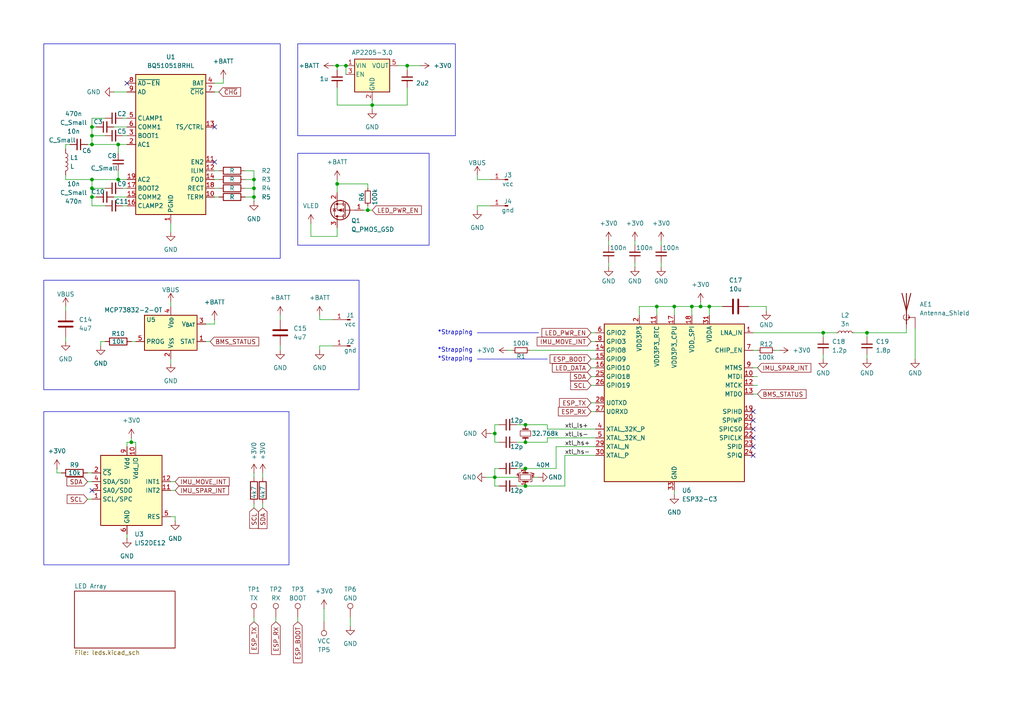
<source format=kicad_sch>
(kicad_sch (version 20250114) (generator "eeschema") (generator_version "9.0")
  (paper "A4")
  (lib_symbols
    (symbol "Battery_Management:BQ51051BRHL"
      (property "Reference" "U" (at -8.89 21.59 0))
      (property "Value" "BQ51051BRHL" (at 7.62 21.59 0))
      (symbol "BQ51051BRHL_1_1"
        (pin output line (at -12.7 17.78 0) (length 2.54) (name "~{AD-EN}") (number "8"))
        (pin input line (at -12.7 15.24 0) (length 2.54) (name "AD") (number "9"))
        (pin open_collector line (at -12.7 7.62 0) (length 2.54) (name "CLAMP1") (number "5"))
        (pin open_collector line (at -12.7 5.08 0) (length 2.54) (name "COMM1") (number "6"))
        (pin passive line (at -12.7 2.54 0) (length 2.54) (name "BOOT1") (number "3"))
        (pin input line (at -12.7 0 0) (length 2.54) (name "AC1") (number "2"))
        (pin input line (at -12.7 -10.16 0) (length 2.54) (name "AC2") (number "19"))
        (pin passive line (at -12.7 -12.7 0) (length 2.54) (name "BOOT2") (number "17"))
        (pin open_collector line (at -12.7 -15.24 0) (length 2.54) (name "COMM2") (number "15"))
        (pin open_collector line (at -12.7 -17.78 0) (length 2.54) (name "CLAMP2") (number "16"))
        (pin power_in line (at 0 -22.86 90) (length 2.54) (name "PGND") (number "1"))
        (pin passive line (at 0 -22.86 90) (length 2.54) (hide yes) (name "PGND") (number "20"))
        (pin passive line (at 0 -22.86 90) (length 2.54) (hide yes) (name "PGND") (number "21"))
        (pin power_out line (at 12.7 17.78 180) (length 2.54) (name "BAT") (number "4"))
        (pin open_collector line (at 12.7 15.24 180) (length 2.54) (name "~{CHG}") (number "7"))
        (pin input line (at 12.7 5.08 180) (length 2.54) (name "TS/CTRL") (number "13"))
        (pin input line (at 12.7 -5.08 180) (length 2.54) (name "EN2") (number "11"))
        (pin passive line (at 12.7 -7.62 180) (length 2.54) (name "ILIM") (number "12"))
        (pin input line (at 12.7 -10.16 180) (length 2.54) (name "FOD") (number "14"))
        (pin passive line (at 12.7 -12.7 180) (length 2.54) (name "RECT") (number "18"))
        (pin input line (at 12.7 -15.24 180) (length 2.54) (name "TERM") (number "10"))
      )
    )
    (symbol "Battery_Management:MCP73832-2-OT"
      (property "Reference" "U" (at -7.62 6.35 0))
      (property "Value" "MCP73832-2-OT" (at 1.27 6.35 0))
      (symbol "MCP73832-2-OT_1_1"
        (pin input line (at -10.16 -2.54 0) (length 2.54) (name "PROG") (number "5"))
        (pin power_in line (at 0 7.62 270) (length 2.54) (name "V_{DD}") (number "4"))
        (pin power_in line (at 0 -7.62 90) (length 2.54) (name "V_{SS}") (number "2"))
        (pin power_out line (at 10.16 2.54 180) (length 2.54) (name "V_{BAT}") (number "3"))
        (pin open_collector line (at 10.16 -2.54 180) (length 2.54) (name "STAT") (number "1"))
      )
    )
    (symbol "Connector:Conn_01x01_Pin" (pin_names (offset 1.016) (hide yes))
      (property "Reference" "J" (at 0 2.54 0))
      (property "Value" "Conn_01x01_Pin" (at 0 -2.54 0))
      (symbol "Conn_01x01_Pin_1_1"
        (pin passive line (at 5.08 0 180) (length 3.81) (name "Pin_1") (number "1"))
      )
    )
    (symbol "Connector:TestPoint" (pin_numbers (hide yes)) (pin_names (offset 0.762) (hide yes))
      (property "Reference" "TP" (at 0 6.858 0))
      (property "Value" "TestPoint" (at 0 5.08 0))
      (symbol "TestPoint_1_1"
        (pin passive line (at 0 0 90) (length 2.54) (name "1") (number "1"))
      )
    )
    (symbol "Device:Antenna_Shield" (pin_numbers (hide yes)) (pin_names (offset 1.016) (hide yes))
      (property "Reference" "AE" (at -1.905 4.445 0))
      (property "Value" "Antenna_Shield" (at -1.905 2.54 0))
      (symbol "Antenna_Shield_1_1"
        (pin input line (at 0 -5.08 90) (length 2.54) (name "A") (number "1"))
        (pin input line (at 2.54 -5.08 90) (length 2.54) (name "Shield") (number "2"))
      )
    )
    (symbol "Device:C" (pin_numbers (hide yes)) (pin_names (offset 0.254))
      (property "Reference" "C" (at 0.635 2.54 0))
      (property "Value" "C" (at 0.635 -2.54 0))
      (symbol "C_1_1"
        (pin passive line (at 0 3.81 270) (length 2.794) (name "~") (number "1"))
        (pin passive line (at 0 -3.81 90) (length 2.794) (name "~") (number "2"))
      )
    )
    (symbol "Device:C_Small" (pin_numbers (hide yes)) (pin_names (offset 0.254) (hide yes))
      (property "Reference" "C" (at 0.254 1.778 0))
      (property "Value" "C_Small" (at 0.254 -2.032 0))
      (symbol "C_Small_1_1"
        (pin passive line (at 0 2.54 270) (length 2.032) (name "~") (number "1"))
        (pin passive line (at 0 -2.54 90) (length 2.032) (name "~") (number "2"))
      )
    )
    (symbol "Device:Crystal_GND24_Small" (pin_names (offset 1.016) (hide yes))
      (property "Reference" "Y" (at 1.27 4.445 0))
      (property "Value" "Crystal_GND24_Small" (at 1.27 2.54 0))
      (symbol "Crystal_GND24_Small_1_1"
        (pin passive line (at -2.54 0 0) (length 1.27) (name "1") (number "1"))
        (pin passive line (at 0 2.54 270) (length 0.635) (name "4") (number "4"))
        (pin passive line (at 0 -2.54 90) (length 0.635) (name "2") (number "2"))
        (pin passive line (at 2.54 0 180) (length 1.27) (name "3") (number "3"))
      )
    )
    (symbol "Device:Crystal_Small" (pin_numbers (hide yes)) (pin_names (offset 1.016) (hide yes))
      (property "Reference" "Y" (at 0 2.54 0))
      (property "Value" "Crystal_Small" (at 0 -2.54 0))
      (symbol "Crystal_Small_1_1"
        (pin passive line (at -2.54 0 0) (length 1.27) (name "1") (number "1"))
        (pin passive line (at 2.54 0 180) (length 1.27) (name "2") (number "2"))
      )
    )
    (symbol "Device:L" (pin_numbers (hide yes)) (pin_names (offset 1.016) (hide yes))
      (property "Reference" "L" (at -1.27 0 90))
      (property "Value" "L" (at 1.905 0 90))
      (symbol "L_1_1"
        (pin passive line (at 0 3.81 270) (length 1.27) (name "1") (number "1"))
        (pin passive line (at 0 -3.81 90) (length 1.27) (name "2") (number "2"))
      )
    )
    (symbol "Device:L_Small" (pin_numbers (hide yes)) (pin_names (offset 0.254) (hide yes))
      (property "Reference" "L" (at 0.762 1.016 0))
      (property "Value" "L_Small" (at 0.762 -1.016 0))
      (symbol "L_Small_1_1"
        (pin passive line (at 0 2.54 270) (length 0.508) (name "~") (number "1"))
        (pin passive line (at 0 -2.54 90) (length 0.508) (name "~") (number "2"))
      )
    )
    (symbol "Device:Q_PMOS_GSD" (pin_names (offset 0) (hide yes))
      (property "Reference" "Q" (at 5.08 1.27 0))
      (property "Value" "Q_PMOS_GSD" (at 5.08 -1.27 0))
      (symbol "Q_PMOS_GSD_1_1"
        (pin input line (at -5.08 0 0) (length 2.54) (name "G") (number "1"))
        (pin passive line (at 2.54 5.08 270) (length 2.54) (name "D") (number "3"))
        (pin passive line (at 2.54 -5.08 90) (length 2.54) (name "S") (number "2"))
      )
    )
    (symbol "Device:R" (pin_numbers (hide yes)) (pin_names (offset 0))
      (property "Reference" "R" (at 2.032 0 90))
      (property "Value" "R" (at 0 0 90))
      (symbol "R_1_1"
        (pin passive line (at 0 3.81 270) (length 1.27) (name "~") (number "1"))
        (pin passive line (at 0 -3.81 90) (length 1.27) (name "~") (number "2"))
      )
    )
    (symbol "Device:R_Small" (pin_numbers (hide yes)) (pin_names (offset 0.254) (hide yes))
      (property "Reference" "R" (at 0.762 0.508 0))
      (property "Value" "R_Small" (at 0.762 -1.016 0))
      (symbol "R_Small_1_1"
        (pin passive line (at 0 2.54 270) (length 0.762) (name "~") (number "1"))
        (pin passive line (at 0 -2.54 90) (length 0.762) (name "~") (number "2"))
      )
    )
    (symbol "MCU_Espressif:ESP32-C3"
      (property "Reference" "U" (at -17.272 23.876 0))
      (property "Value" "ESP32-C3" (at 16.256 23.876 0))
      (symbol "ESP32-C3_1_1"
        (pin bidirectional line (at -22.86 20.32 0) (length 2.54) (name "GPIO2") (number "6"))
        (pin bidirectional line (at -22.86 17.78 0) (length 2.54) (name "GPIO3") (number "8"))
        (pin bidirectional line (at -22.86 15.24 0) (length 2.54) (name "GPIO8") (number "14"))
        (pin bidirectional line (at -22.86 12.7 0) (length 2.54) (name "GPIO9") (number "15"))
        (pin bidirectional line (at -22.86 10.16 0) (length 2.54) (name "GPIO10") (number "16"))
        (pin bidirectional line (at -22.86 7.62 0) (length 2.54) (name "GPIO18") (number "25"))
        (pin bidirectional line (at -22.86 5.08 0) (length 2.54) (name "GPIO19") (number "26"))
        (pin bidirectional line (at -22.86 0 0) (length 2.54) (name "U0TXD") (number "28"))
        (pin bidirectional line (at -22.86 -2.54 0) (length 2.54) (name "U0RXD") (number "27"))
        (pin bidirectional line (at -22.86 -7.62 0) (length 2.54) (name "XTAL_32K_P") (number "4"))
        (pin bidirectional line (at -22.86 -10.16 0) (length 2.54) (name "XTAL_32K_N") (number "5"))
        (pin bidirectional line (at -22.86 -12.7 0) (length 2.54) (name "XTAL_N") (number "29"))
        (pin bidirectional line (at -22.86 -15.24 0) (length 2.54) (name "XTAL_P") (number "30"))
        (pin power_in line (at -10.16 25.4 270) (length 2.54) (name "VDD3P3") (number "2"))
        (pin passive line (at -10.16 25.4 270) (length 2.54) (hide yes) (name "VDD3P3") (number "3"))
        (pin power_in line (at -5.08 25.4 270) (length 2.54) (name "VDD3P3_RTC") (number "11"))
        (pin power_in line (at 0 25.4 270) (length 2.54) (name "VDD3P3_CPU") (number "17"))
        (pin power_in line (at 0 -25.4 90) (length 2.54) (name "GND") (number "33"))
        (pin power_out line (at 5.08 25.4 270) (length 2.54) (name "VDD_SPI") (number "18"))
        (pin power_in line (at 10.16 25.4 270) (length 2.54) (name "VDDA") (number "31"))
        (pin passive line (at 10.16 25.4 270) (length 2.54) (hide yes) (name "VDDA") (number "32"))
        (pin bidirectional line (at 22.86 20.32 180) (length 2.54) (name "LNA_IN") (number "1"))
        (pin bidirectional line (at 22.86 15.24 180) (length 2.54) (name "CHIP_EN") (number "7"))
        (pin bidirectional line (at 22.86 10.16 180) (length 2.54) (name "MTMS") (number "9"))
        (pin bidirectional line (at 22.86 7.62 180) (length 2.54) (name "MTDI") (number "10"))
        (pin bidirectional line (at 22.86 5.08 180) (length 2.54) (name "MTCK") (number "12"))
        (pin bidirectional line (at 22.86 2.54 180) (length 2.54) (name "MTDO") (number "13"))
        (pin bidirectional line (at 22.86 -2.54 180) (length 2.54) (name "SPIHD") (number "19"))
        (pin bidirectional line (at 22.86 -5.08 180) (length 2.54) (name "SPIWP") (number "20"))
        (pin bidirectional line (at 22.86 -7.62 180) (length 2.54) (name "SPICS0") (number "21"))
        (pin bidirectional line (at 22.86 -10.16 180) (length 2.54) (name "SPICLK") (number "22"))
        (pin bidirectional line (at 22.86 -12.7 180) (length 2.54) (name "SPID") (number "23"))
        (pin bidirectional line (at 22.86 -15.24 180) (length 2.54) (name "SPIQ") (number "24"))
      )
    )
    (symbol "Regulator_Linear:AP2127K-3.0" (pin_names (offset 0.254))
      (property "Reference" "U" (at -5.08 5.715 0))
      (property "Value" "AP2127K-3.0" (at 0 5.715 0))
      (symbol "AP2127K-3.0_1_1"
        (pin power_in line (at -7.62 2.54 0) (length 2.54) (name "VIN") (number "1"))
        (pin input line (at -7.62 0 0) (length 2.54) (name "EN") (number "3"))
        (pin power_in line (at 0 -7.62 90) (length 2.54) (name "GND") (number "2"))
        (pin no_connect line (at 5.08 0 180) (length 2.54) (hide yes) (name "NC") (number "4"))
        (pin power_out line (at 7.62 2.54 180) (length 2.54) (name "VOUT") (number "5"))
      )
    )
    (symbol "Sensor_Motion:LIS2DE12"
      (property "Reference" "U" (at -5.08 11.43 0))
      (property "Value" "LIS2DE12" (at 3.81 11.43 0))
      (symbol "LIS2DE12_1_1"
        (pin input line (at -10.16 5.08 0) (length 2.54) (name "~{CS}") (number "2"))
        (pin bidirectional line (at -10.16 2.54 0) (length 2.54) (name "SDA/SDI") (number "4"))
        (pin bidirectional line (at -10.16 0 0) (length 2.54) (name "SA0/SDO") (number "3"))
        (pin input line (at -10.16 -2.54 0) (length 2.54) (name "SCL/SPC") (number "1"))
        (pin power_in line (at 0 12.7 270) (length 2.54) (name "Vdd") (number "9"))
        (pin power_in line (at 0 -12.7 90) (length 2.54) (name "GND") (number "6"))
        (pin passive line (at 0 -12.7 90) (length 2.54) (hide yes) (name "GND") (number "7"))
        (pin passive line (at 0 -12.7 90) (length 2.54) (hide yes) (name "GND") (number "8"))
        (pin power_in line (at 2.54 12.7 270) (length 2.54) (name "Vdd_IO") (number "10"))
        (pin output line (at 12.7 2.54 180) (length 2.54) (name "INT1") (number "12"))
        (pin output line (at 12.7 0 180) (length 2.54) (name "INT2") (number "11"))
        (pin passive line (at 12.7 -7.62 180) (length 2.54) (name "RES") (number "5"))
      )
    )
    (symbol "power:+3V0" (power) (pin_numbers (hide yes)) (pin_names (offset 0) (hide yes))
      (property "Value" "+3V0" (at 0 3.556 0))
      (symbol "+3V0_1_1"
        (pin power_in line (at 0 0 90) (length 0) (name "~") (number "1"))
      )
    )
    (symbol "power:+BATT" (power) (pin_numbers (hide yes)) (pin_names (offset 0) (hide yes))
      (property "Value" "+BATT" (at 0 3.556 0))
      (symbol "+BATT_1_1"
        (pin power_in line (at 0 0 90) (length 0) (name "~") (number "1"))
      )
    )
    (symbol "power:GND" (power) (pin_numbers (hide yes)) (pin_names (offset 0) (hide yes))
      (property "Value" "GND" (at 0 -3.81 0))
      (symbol "GND_1_1"
        (pin power_in line (at 0 0 270) (length 0) (name "~") (number "1"))
      )
    )
    (symbol "power:VBUS" (power) (pin_numbers (hide yes)) (pin_names (offset 0) (hide yes))
      (property "Value" "VBUS" (at 0 3.556 0))
      (symbol "VBUS_1_1"
        (pin power_in line (at 0 0 90) (length 0) (name "~") (number "1"))
      )
    )
  )
  (rectangle (start 12.7 81.28) (end 104.14 113.03))
  (rectangle (start 86.36 44.45) (end 124.46 71.12))
  (rectangle (start 12.7 119.38) (end 83.82 163.83))
  (rectangle (start 86.36 12.7) (end 132.08 39.37))
  (rectangle (start 12.7 12.7) (end 81.28 74.93))
  (text "*Strapping" (at 137.16 104.14 0) (effects (font (size 1.27 1.27)) (justify right)))
  (text "*Strapping" (at 137.16 96.52 0) (effects (font (size 1.27 1.27)) (justify right)))
  (text "*Strapping" (at 137.16 101.6 0) (effects (font (size 1.27 1.27)) (justify right)))
  (junction (at 26.67 57.15))
  (junction (at 106.68 60.96))
  (junction (at 200.66 88.9))
  (junction (at 26.67 36.83))
  (junction (at 143.51 138.43))
  (junction (at 73.66 52.07))
  (junction (at 152.4 123.19))
  (junction (at 152.4 140.97))
  (junction (at 152.4 128.27))
  (junction (at 107.95 30.48))
  (junction (at 26.67 52.07))
  (junction (at 97.79 19.05))
  (junction (at 152.4 135.89))
  (junction (at 251.46 96.52))
  (junction (at 100.33 19.05))
  (junction (at 238.76 96.52))
  (junction (at 73.66 57.15))
  (junction (at 73.66 54.61))
  (junction (at 203.2 88.9))
  (junction (at 143.51 125.73))
  (junction (at 26.67 54.61))
  (junction (at 26.67 41.91))
  (junction (at 26.67 39.37))
  (junction (at 34.29 52.07))
  (junction (at 97.79 53.34))
  (junction (at 190.5 88.9))
  (junction (at 205.74 88.9))
  (junction (at 38.1 128.27))
  (junction (at 34.29 41.91))
  (junction (at 118.11 19.05))
  (junction (at 195.58 88.9))
  (no_connect (at 218.44 132.08))
  (no_connect (at 218.44 127))
  (no_connect (at 218.44 129.54))
  (no_connect (at 218.44 121.92))
  (no_connect (at 218.44 119.38))
  (no_connect (at 62.23 36.83))
  (no_connect (at 62.23 46.99))
  (no_connect (at 218.44 124.46))
  (no_connect (at 26.67 142.24))
  (no_connect (at 36.83 24.13))
  (wire (pts (xy 158.75 127) (xy 172.72 127)))
  (wire (pts (xy 143.51 138.43) (xy 149.86 138.43)))
  (polyline (pts (xy 138.43 104.14) (xy 158.75 104.14)))
  (wire (pts (xy 73.66 54.61) (xy 73.66 52.07)))
  (wire (pts (xy 152.4 140.97) (xy 163.83 140.97)))
  (wire (pts (xy 25.4 139.7) (xy 26.67 139.7)))
  (wire (pts (xy 161.29 129.54) (xy 161.29 135.89)))
  (wire (pts (xy 81.28 100.33) (xy 81.28 101.6)))
  (wire (pts (xy 49.53 142.24) (xy 50.8 142.24)))
  (wire (pts (xy 35.56 59.69) (xy 36.83 59.69)))
  (wire (pts (xy 144.78 140.97) (xy 143.51 140.97)))
  (wire (pts (xy 200.66 88.9) (xy 200.66 91.44)))
  (wire (pts (xy 218.44 96.52) (xy 238.76 96.52)))
  (wire (pts (xy 100.33 19.05) (xy 100.33 21.59)))
  (wire (pts (xy 143.51 123.19) (xy 143.51 125.73)))
  (wire (pts (xy 195.58 88.9) (xy 195.58 91.44)))
  (wire (pts (xy 73.66 58.42) (xy 73.66 57.15)))
  (wire (pts (xy 73.66 49.53) (xy 71.12 49.53)))
  (wire (pts (xy 205.74 88.9) (xy 209.55 88.9)))
  (wire (pts (xy 148.59 101.6) (xy 147.32 101.6)))
  (wire (pts (xy 73.66 57.15) (xy 73.66 54.61)))
  (wire (pts (xy 142.24 125.73) (xy 143.51 125.73)))
  (wire (pts (xy 138.43 59.69) (xy 142.24 59.69)))
  (wire (pts (xy 138.43 52.07) (xy 142.24 52.07)))
  (wire (pts (xy 49.53 149.86) (xy 50.8 149.86)))
  (wire (pts (xy 149.86 128.27) (xy 152.4 128.27)))
  (wire (pts (xy 106.68 60.96) (xy 107.95 60.96)))
  (wire (pts (xy 62.23 92.71) (xy 62.23 93.98)))
  (wire (pts (xy 73.66 52.07) (xy 73.66 49.53)))
  (wire (pts (xy 118.11 19.05) (xy 118.11 20.32)))
  (wire (pts (xy 185.42 88.9) (xy 185.42 91.44)))
  (wire (pts (xy 238.76 96.52) (xy 238.76 97.79)))
  (wire (pts (xy 171.45 119.38) (xy 172.72 119.38)))
  (wire (pts (xy 203.2 88.9) (xy 200.66 88.9)))
  (wire (pts (xy 29.21 99.06) (xy 29.21 100.33)))
  (wire (pts (xy 62.23 49.53) (xy 63.5 49.53)))
  (wire (pts (xy 143.51 138.43) (xy 143.51 140.97)))
  (wire (pts (xy 171.45 116.84) (xy 172.72 116.84)))
  (wire (pts (xy 49.53 104.14) (xy 49.53 105.41)))
  (wire (pts (xy 92.71 100.33) (xy 96.52 100.33)))
  (wire (pts (xy 20.32 41.91) (xy 19.05 41.91)))
  (wire (pts (xy 218.44 111.76) (xy 219.71 111.76)))
  (wire (pts (xy 107.95 29.21) (xy 107.95 30.48)))
  (wire (pts (xy 73.66 137.16) (xy 73.66 138.43)))
  (wire (pts (xy 200.66 88.9) (xy 195.58 88.9)))
  (wire (pts (xy 176.53 76.2) (xy 176.53 77.47)))
  (wire (pts (xy 26.67 57.15) (xy 27.94 57.15)))
  (wire (pts (xy 184.15 69.85) (xy 184.15 71.12)))
  (wire (pts (xy 19.05 99.06) (xy 19.05 97.79)))
  (wire (pts (xy 143.51 135.89) (xy 143.51 138.43)))
  (wire (pts (xy 92.71 100.33) (xy 92.71 101.6)))
  (wire (pts (xy 161.29 135.89) (xy 152.4 135.89)))
  (wire (pts (xy 190.5 88.9) (xy 190.5 91.44)))
  (wire (pts (xy 62.23 54.61) (xy 63.5 54.61)))
  (wire (pts (xy 25.4 144.78) (xy 26.67 144.78)))
  (wire (pts (xy 26.67 39.37) (xy 26.67 41.91)))
  (wire (pts (xy 118.11 30.48) (xy 107.95 30.48)))
  (wire (pts (xy 191.77 76.2) (xy 191.77 77.47)))
  (wire (pts (xy 195.58 142.24) (xy 195.58 143.51)))
  (wire (pts (xy 19.05 88.9) (xy 19.05 90.17)))
  (wire (pts (xy 218.44 101.6) (xy 219.71 101.6)))
  (wire (pts (xy 176.53 69.85) (xy 176.53 71.12)))
  (wire (pts (xy 149.86 123.19) (xy 152.4 123.19)))
  (wire (pts (xy 238.76 96.52) (xy 242.57 96.52)))
  (wire (pts (xy 50.8 149.86) (xy 50.8 151.13)))
  (wire (pts (xy 25.4 137.16) (xy 26.67 137.16)))
  (wire (pts (xy 62.23 26.67) (xy 63.5 26.67)))
  (wire (pts (xy 92.71 91.44) (xy 92.71 92.71)))
  (wire (pts (xy 33.02 57.15) (xy 36.83 57.15)))
  (wire (pts (xy 107.95 30.48) (xy 107.95 31.75)))
  (wire (pts (xy 26.67 52.07) (xy 26.67 54.61)))
  (wire (pts (xy 90.17 68.58) (xy 90.17 64.77)))
  (wire (pts (xy 26.67 34.29) (xy 26.67 36.83)))
  (wire (pts (xy 138.43 50.8) (xy 138.43 52.07)))
  (wire (pts (xy 64.77 22.86) (xy 64.77 24.13)))
  (wire (pts (xy 251.46 96.52) (xy 251.46 97.79)))
  (wire (pts (xy 34.29 41.91) (xy 36.83 41.91)))
  (wire (pts (xy 19.05 52.07) (xy 26.67 52.07)))
  (wire (pts (xy 34.29 49.53) (xy 34.29 52.07)))
  (wire (pts (xy 205.74 88.9) (xy 205.74 91.44)))
  (wire (pts (xy 149.86 135.89) (xy 152.4 135.89)))
  (wire (pts (xy 71.12 54.61) (xy 73.66 54.61)))
  (wire (pts (xy 100.33 19.05) (xy 97.79 19.05)))
  (wire (pts (xy 163.83 132.08) (xy 172.72 132.08)))
  (wire (pts (xy 190.5 88.9) (xy 185.42 88.9)))
  (wire (pts (xy 30.48 34.29) (xy 26.67 34.29)))
  (wire (pts (xy 49.53 139.7) (xy 50.8 139.7)))
  (wire (pts (xy 105.41 60.96) (xy 106.68 60.96)))
  (wire (pts (xy 97.79 68.58) (xy 97.79 66.04)))
  (wire (pts (xy 158.75 123.19) (xy 152.4 123.19)))
  (wire (pts (xy 36.83 128.27) (xy 36.83 129.54)))
  (wire (pts (xy 144.78 123.19) (xy 143.51 123.19)))
  (wire (pts (xy 238.76 102.87) (xy 238.76 104.14)))
  (wire (pts (xy 71.12 52.07) (xy 73.66 52.07)))
  (wire (pts (xy 163.83 140.97) (xy 163.83 132.08)))
  (wire (pts (xy 38.1 128.27) (xy 39.37 128.27)))
  (wire (pts (xy 101.6 179.07) (xy 101.6 181.61)))
  (wire (pts (xy 35.56 54.61) (xy 36.83 54.61)))
  (wire (pts (xy 171.45 99.06) (xy 172.72 99.06)))
  (wire (pts (xy 19.05 50.8) (xy 19.05 52.07)))
  (wire (pts (xy 30.48 99.06) (xy 29.21 99.06)))
  (wire (pts (xy 144.78 135.89) (xy 143.51 135.89)))
  (wire (pts (xy 33.02 36.83) (xy 36.83 36.83)))
  (wire (pts (xy 138.43 59.69) (xy 138.43 60.96)))
  (wire (pts (xy 16.51 135.89) (xy 16.51 137.16)))
  (wire (pts (xy 26.67 57.15) (xy 26.67 59.69)))
  (wire (pts (xy 73.66 147.32) (xy 73.66 146.05)))
  (wire (pts (xy 171.45 104.14) (xy 172.72 104.14)))
  (wire (pts (xy 34.29 52.07) (xy 36.83 52.07)))
  (wire (pts (xy 36.83 154.94) (xy 36.83 156.21)))
  (wire (pts (xy 35.56 34.29) (xy 36.83 34.29)))
  (wire (pts (xy 158.75 124.46) (xy 172.72 124.46)))
  (wire (pts (xy 97.79 30.48) (xy 107.95 30.48)))
  (wire (pts (xy 35.56 39.37) (xy 36.83 39.37)))
  (wire (pts (xy 184.15 76.2) (xy 184.15 77.47)))
  (wire (pts (xy 218.44 109.22) (xy 219.71 109.22)))
  (wire (pts (xy 25.4 41.91) (xy 26.67 41.91)))
  (wire (pts (xy 265.43 104.14) (xy 265.43 95.25)))
  (wire (pts (xy 76.2 147.32) (xy 76.2 146.05)))
  (wire (pts (xy 118.11 25.4) (xy 118.11 30.48)))
  (wire (pts (xy 118.11 19.05) (xy 121.92 19.05)))
  (wire (pts (xy 205.74 88.9) (xy 203.2 88.9)))
  (polyline (pts (xy 138.43 96.52) (xy 156.21 96.52)))
  (wire (pts (xy 224.79 101.6) (xy 226.06 101.6)))
  (wire (pts (xy 218.44 114.3) (xy 219.71 114.3)))
  (wire (pts (xy 115.57 19.05) (xy 118.11 19.05)))
  (wire (pts (xy 73.66 179.07) (xy 73.66 180.34)))
  (wire (pts (xy 154.94 138.43) (xy 156.21 138.43)))
  (wire (pts (xy 191.77 69.85) (xy 191.77 71.12)))
  (wire (pts (xy 39.37 129.54) (xy 39.37 128.27)))
  (wire (pts (xy 38.1 99.06) (xy 39.37 99.06)))
  (wire (pts (xy 106.68 60.96) (xy 106.68 59.69)))
  (wire (pts (xy 195.58 88.9) (xy 190.5 88.9)))
  (wire (pts (xy 80.01 179.07) (xy 80.01 180.34)))
  (wire (pts (xy 26.67 54.61) (xy 30.48 54.61)))
  (wire (pts (xy 49.53 87.63) (xy 49.53 88.9)))
  (wire (pts (xy 247.65 96.52) (xy 251.46 96.52)))
  (wire (pts (xy 97.79 52.07) (xy 97.79 53.34)))
  (wire (pts (xy 140.97 138.43) (xy 143.51 138.43)))
  (wire (pts (xy 158.75 127) (xy 158.75 128.27)))
  (wire (pts (xy 26.67 36.83) (xy 27.94 36.83)))
  (wire (pts (xy 158.75 124.46) (xy 158.75 123.19)))
  (wire (pts (xy 153.67 101.6) (xy 172.72 101.6)))
  (wire (pts (xy 86.36 179.07) (xy 86.36 180.34)))
  (wire (pts (xy 144.78 128.27) (xy 143.51 128.27)))
  (wire (pts (xy 38.1 127) (xy 38.1 128.27)))
  (wire (pts (xy 171.45 96.52) (xy 172.72 96.52)))
  (wire (pts (xy 26.67 41.91) (xy 34.29 41.91)))
  (wire (pts (xy 62.23 93.98) (xy 59.69 93.98)))
  (wire (pts (xy 143.51 128.27) (xy 143.51 125.73)))
  (wire (pts (xy 251.46 96.52) (xy 262.89 96.52)))
  (wire (pts (xy 90.17 68.58) (xy 97.79 68.58)))
  (wire (pts (xy 49.53 64.77) (xy 49.53 67.31)))
  (wire (pts (xy 171.45 106.68) (xy 172.72 106.68)))
  (wire (pts (xy 26.67 36.83) (xy 26.67 39.37)))
  (wire (pts (xy 93.98 180.34) (xy 93.98 176.53)))
  (wire (pts (xy 218.44 106.68) (xy 219.71 106.68)))
  (wire (pts (xy 81.28 91.44) (xy 81.28 92.71)))
  (wire (pts (xy 92.71 92.71) (xy 96.52 92.71)))
  (wire (pts (xy 34.29 41.91) (xy 34.29 44.45)))
  (wire (pts (xy 38.1 128.27) (xy 36.83 128.27)))
  (wire (pts (xy 251.46 102.87) (xy 251.46 104.14)))
  (wire (pts (xy 97.79 55.88) (xy 97.79 53.34)))
  (wire (pts (xy 106.68 53.34) (xy 106.68 54.61)))
  (wire (pts (xy 97.79 53.34) (xy 106.68 53.34)))
  (wire (pts (xy 26.67 52.07) (xy 34.29 52.07)))
  (wire (pts (xy 97.79 19.05) (xy 97.79 20.32)))
  (wire (pts (xy 222.25 88.9) (xy 217.17 88.9)))
  (wire (pts (xy 203.2 87.63) (xy 203.2 88.9)))
  (wire (pts (xy 222.25 90.17) (xy 222.25 88.9)))
  (wire (pts (xy 26.67 39.37) (xy 30.48 39.37)))
  (wire (pts (xy 158.75 128.27) (xy 152.4 128.27)))
  (wire (pts (xy 97.79 25.4) (xy 97.79 30.48)))
  (wire (pts (xy 96.52 19.05) (xy 97.79 19.05)))
  (wire (pts (xy 62.23 57.15) (xy 63.5 57.15)))
  (wire (pts (xy 19.05 41.91) (xy 19.05 43.18)))
  (wire (pts (xy 71.12 57.15) (xy 73.66 57.15)))
  (wire (pts (xy 62.23 24.13) (xy 64.77 24.13)))
  (wire (pts (xy 16.51 137.16) (xy 17.78 137.16)))
  (wire (pts (xy 33.02 26.67) (xy 36.83 26.67)))
  (wire (pts (xy 30.48 59.69) (xy 26.67 59.69)))
  (wire (pts (xy 171.45 109.22) (xy 172.72 109.22)))
  (wire (pts (xy 161.29 129.54) (xy 172.72 129.54)))
  (wire (pts (xy 62.23 52.07) (xy 63.5 52.07)))
  (wire (pts (xy 262.89 95.25) (xy 262.89 96.52)))
  (wire (pts (xy 26.67 54.61) (xy 26.67 57.15)))
  (wire (pts (xy 59.69 99.06) (xy 60.96 99.06)))
  (wire (pts (xy 76.2 137.16) (xy 76.2 138.43)))
  (wire (pts (xy 171.45 111.76) (xy 172.72 111.76)))
  (wire (pts (xy 149.86 140.97) (xy 152.4 140.97)))
  (label "xtl_hs+" (at 163.83 129.54 0))
  (label "xtl_ls+" (at 163.83 124.46 0))
  (label "xtl_hs-" (at 163.83 132.08 0))
  (label "xtl_ls-" (at 163.83 127 0))
  (global_label "ESP_BOOT" (shape input) (at 171.45 104.14 180) (property "Intersheetrefs" "${INTERSHEET_REFS}" (effects (hide yes))))
  (global_label "SCL" (shape input) (at 73.66 147.32 270) (property "Intersheetrefs" "${INTERSHEET_REFS}" (effects (hide yes))))
  (global_label "LED_PWR_EN" (shape input) (at 107.95 60.96 0) (property "Intersheetrefs" "${INTERSHEET_REFS}" (effects (hide yes))))
  (global_label "BMS_STATUS" (shape input) (at 219.71 114.3 0) (property "Intersheetrefs" "${INTERSHEET_REFS}" (effects (hide yes))))
  (global_label "ESP_TX" (shape input) (at 171.45 116.84 180) (property "Intersheetrefs" "${INTERSHEET_REFS}" (effects (hide yes))))
  (global_label "IMU_MOVE_INT" (shape input) (at 171.45 99.06 180) (property "Intersheetrefs" "${INTERSHEET_REFS}" (effects (hide yes))))
  (global_label "SCL" (shape input) (at 25.4 144.78 180) (property "Intersheetrefs" "${INTERSHEET_REFS}" (effects (hide yes))))
  (global_label "SDA" (shape input) (at 76.2 147.32 270) (property "Intersheetrefs" "${INTERSHEET_REFS}" (effects (hide yes))))
  (global_label "SDA" (shape input) (at 25.4 139.7 180) (property "Intersheetrefs" "${INTERSHEET_REFS}" (effects (hide yes))))
  (global_label "ESP_TX" (shape input) (at 73.66 180.34 270) (property "Intersheetrefs" "${INTERSHEET_REFS}" (effects (hide yes))))
  (global_label "LED_DATA" (shape input) (at 171.45 106.68 180) (property "Intersheetrefs" "${INTERSHEET_REFS}" (effects (hide yes))))
  (global_label "SDA" (shape input) (at 171.45 109.22 180) (property "Intersheetrefs" "${INTERSHEET_REFS}" (effects (hide yes))))
  (global_label "~{CHG}" (shape input) (at 63.5 26.67 0) (property "Intersheetrefs" "${INTERSHEET_REFS}" (effects (hide yes))))
  (global_label "IMU_MOVE_INT" (shape input) (at 50.8 139.7 0) (property "Intersheetrefs" "${INTERSHEET_REFS}" (effects (hide yes))))
  (global_label "ESP_RX" (shape input) (at 171.45 119.38 180) (property "Intersheetrefs" "${INTERSHEET_REFS}" (effects (hide yes))))
  (global_label "IMU_SPAR_INT" (shape input) (at 219.71 106.68 0) (property "Intersheetrefs" "${INTERSHEET_REFS}" (effects (hide yes))))
  (global_label "BMS_STATUS" (shape input) (at 60.96 99.06 0) (property "Intersheetrefs" "${INTERSHEET_REFS}" (effects (hide yes))))
  (global_label "IMU_SPAR_INT" (shape input) (at 50.8 142.24 0) (property "Intersheetrefs" "${INTERSHEET_REFS}" (effects (hide yes))))
  (global_label "LED_PWR_EN" (shape input) (at 171.45 96.52 180) (property "Intersheetrefs" "${INTERSHEET_REFS}" (effects (hide yes))))
  (global_label "SCL" (shape input) (at 171.45 111.76 180) (property "Intersheetrefs" "${INTERSHEET_REFS}" (effects (hide yes))))
  (global_label "ESP_RX" (shape input) (at 80.01 180.34 270) (property "Intersheetrefs" "${INTERSHEET_REFS}" (effects (hide yes))))
  (global_label "ESP_BOOT" (shape input) (at 86.36 180.34 270) (property "Intersheetrefs" "${INTERSHEET_REFS}" (effects (hide yes))))
  (symbol (lib_id "Connector:TestPoint") (at 93.98 180.34 180) (unit 1)
    (property "Reference" "TP5" (at 93.98 188.468 0))
    (property "Value" "VCC" (at 93.98 185.928 0))
    (property "Footprint" "TestPoint:TestPoint_Pad_D1.5mm" (effects (hide yes)))
    (property "Description" "test point" (effects (hide yes)))
  )
  (symbol (lib_id "Device:R") (at 67.31 57.15 90) (unit 1) (on_board no)
    (property "Reference" "R5" (at 77.216 57.15 90))
    (property "Value" "R" (at 67.31 57.15 90))
    (property "Footprint" "Resistor_SMD:R_0402_1005Metric" (effects (hide yes)))
    (property "Description" "Resistor" (effects (hide yes)))
  )
  (symbol (lib_id "Connector:TestPoint") (at 73.66 179.07 0) (unit 1)
    (property "Reference" "TP1" (at 73.66 170.942 0))
    (property "Value" "TX" (at 73.66 173.482 0))
    (property "Footprint" "TestPoint:TestPoint_Pad_D1.5mm" (effects (hide yes)))
    (property "Description" "test point" (effects (hide yes)))
  )
  (symbol (lib_id "power:VBUS") (at 49.53 87.63 0) (unit 1)
    (property "Reference" "#PWR028" (effects (hide yes)))
    (property "Value" "VBUS" (at 49.53 84.074 0))
  )
  (symbol (lib_id "power:+3V0") (at 184.15 69.85 0) (mirror y) (unit 1)
    (property "Reference" "#PWR042" (effects (hide yes)))
    (property "Value" "+3V0" (at 184.15 64.77 0))
    (property "Description" "Power symbol creates a global label with name \"+3V0\"" (effects (hide yes)))
  )
  (symbol (lib_id "Device:C_Small") (at 147.32 135.89 90) (unit 1)
    (property "Reference" "C7" (effects (hide yes)))
    (property "Value" "12p" (at 149.86 134.62 90))
    (property "Description" "Unpolarized capacitor, small symbol" (effects (hide yes)))
  )
  (symbol (lib_id "power:GND") (at 251.46 104.14 0) (unit 1)
    (property "Reference" "#PWR040" (effects (hide yes)))
    (property "Value" "GND" (at 251.46 108.204 0))
    (property "Description" "Power symbol creates a global label with name \"GND\" , ground" (effects (hide yes)))
  )
  (symbol (lib_id "Connector:Conn_01x01_Pin") (at 147.32 52.07 180) (unit 1)
    (property "Reference" "J3" (at 147.32 50.8 0))
    (property "Value" "vcc" (at 147.32 53.34 0))
    (property "Footprint" "TestPoint:TestPoint_Pad_D1.0mm" (effects (hide yes)))
    (property "Description" "Generic connector, single row, 01x01, script generated" (effects (hide yes)))
  )
  (symbol (lib_id "Device:C_Small") (at 176.53 73.66 180) (unit 1)
    (property "Reference" "C20" (effects (hide yes)))
    (property "Value" "100n" (at 179.324 71.882 0))
    (property "Footprint" "Capacitor_SMD:C_0402_1005Metric" (effects (hide yes)))
    (property "Description" "Unpolarized capacitor, small symbol" (effects (hide yes)))
  )
  (symbol (lib_id "Device:C_Small") (at 147.32 123.19 90) (unit 1)
    (property "Reference" "C1" (effects (hide yes)))
    (property "Value" "12p" (at 149.86 121.92 90))
    (property "Description" "Unpolarized capacitor, small symbol" (effects (hide yes)))
  )
  (symbol (lib_id "Device:C_Small") (at 184.15 73.66 180) (unit 1)
    (property "Reference" "C21" (effects (hide yes)))
    (property "Value" "100n" (at 186.944 71.882 0))
    (property "Footprint" "Capacitor_SMD:C_0402_1005Metric" (effects (hide yes)))
    (property "Description" "Unpolarized capacitor, small symbol" (effects (hide yes)))
  )
  (symbol (lib_id "power:GND") (at 101.6 181.61 0) (unit 1)
    (property "Reference" "#PWR047" (effects (hide yes)))
    (property "Value" "GND" (at 101.6 186.69 0))
    (property "Description" "Power symbol creates a global label with name \"GND\" , ground" (effects (hide yes)))
  )
  (symbol (lib_id "power:GND") (at 36.83 156.21 0) (unit 1)
    (property "Reference" "#PWR021" (effects (hide yes)))
    (property "Value" "GND" (at 36.83 161.29 0))
    (property "Description" "Power symbol creates a global label with name \"GND\" , ground" (effects (hide yes)))
  )
  (symbol (lib_id "Connector:TestPoint") (at 101.6 179.07 0) (unit 1)
    (property "Reference" "TP6" (at 101.6 170.942 0))
    (property "Value" "GND" (at 101.6 173.482 0))
    (property "Footprint" "TestPoint:TestPoint_Pad_D1.5mm" (effects (hide yes)))
    (property "Description" "test point" (effects (hide yes)))
  )
  (symbol (lib_id "Sensor_Motion:LIS2DE12") (at 36.83 142.24 0) (unit 1)
    (property "Reference" "U3" (at 38.9733 154.94 0) (effects (justify left)))
    (property "Value" "LIS2DE12" (at 38.9733 157.48 0) (effects (justify left)))
    (property "Footprint" "Package_LGA:LGA-12_2x2mm_P0.5mm" (effects (hide yes)))
    (property "Datasheet" "https://www.st.com/resource/en/datasheet/lis2DE12.pdf" (effects (hide yes)))
    (property "Description" "3-Axis Accelerometer, 2/4/8/16g range, I2C/SPI interface" (effects (hide yes)))
  )
  (symbol (lib_id "power:GND") (at 92.71 101.6 0) (unit 1)
    (property "Reference" "#PWR046" (effects (hide yes)))
    (property "Value" "GND" (at 92.71 106.68 0))
    (property "Description" "Power symbol creates a global label with name \"GND\" , ground" (effects (hide yes)))
  )
  (symbol (lib_id "Connector:Conn_01x01_Pin") (at 101.6 100.33 180) (unit 1)
    (property "Reference" "J2" (at 101.6 99.06 0))
    (property "Value" "gnd" (at 101.6 101.6 0))
    (property "Footprint" "TestPoint:TestPoint_Pad_D1.0mm" (effects (hide yes)))
    (property "Description" "Generic connector, single row, 01x01, script generated" (effects (hide yes)))
  )
  (symbol (lib_id "Device:R") (at 67.31 52.07 90) (unit 1) (on_board no)
    (property "Reference" "R3" (at 77.216 52.07 90))
    (property "Value" "R" (at 67.31 52.07 90))
    (property "Footprint" "Resistor_SMD:R_0402_1005Metric" (effects (hide yes)))
    (property "Description" "Resistor" (effects (hide yes)))
  )
  (symbol (lib_id "power:GND") (at 33.02 26.67 270) (unit 1) (on_board no)
    (property "Reference" "#PWR03" (effects (hide yes)))
    (property "Value" "GND" (at 29.21 26.6699 90) (effects (justify right)))
    (property "Description" "Power symbol creates a global label with name \"GND\" , ground" (effects (hide yes)))
  )
  (symbol (lib_id "power:+3V0") (at 73.66 137.16 0) (unit 1)
    (property "Reference" "#PWR09" (effects (hide yes)))
    (property "Value" "+3V0" (at 73.66 130.81 90))
  )
  (symbol (lib_id "power:GND") (at 265.43 104.14 0) (unit 1)
    (property "Reference" "#PWR031" (effects (hide yes)))
    (property "Value" "GND" (at 265.43 108.204 0))
    (property "Description" "Power symbol creates a global label with name \"GND\" , ground" (effects (hide yes)))
  )
  (symbol (lib_id "power:GND") (at 19.05 99.06 0) (unit 1)
    (property "Reference" "#PWR036" (effects (hide yes)))
    (property "Value" "GND" (at 19.05 104.14 0))
    (property "Description" "Power symbol creates a global label with name \"GND\" , ground" (effects (hide yes)))
  )
  (symbol (lib_id "Device:C_Small") (at 238.76 100.33 0) (unit 1)
    (property "Reference" "C18" (at 241.3 99.0662 0) (effects (justify left)))
    (property "Value" "1.2p" (at 241.3 101.6062 0) (effects (justify left)))
    (property "Footprint" "Capacitor_SMD:C_0402_1005Metric" (effects (hide yes)))
    (property "Description" "Unpolarized capacitor, small symbol" (effects (hide yes)))
  )
  (symbol (lib_id "power:+BATT") (at 64.77 22.86 0) (unit 1) (on_board no)
    (property "Reference" "#PWR02" (effects (hide yes)))
    (property "Value" "+BATT" (at 64.77 17.78 0))
    (property "Description" "Power symbol creates a global label with name \"+BATT\"" (effects (hide yes)))
  )
  (symbol (lib_id "power:GND") (at 156.21 138.43 90) (unit 1)
    (property "Reference" "#PWR035" (effects (hide yes)))
    (property "Value" "GND" (at 159.004 138.43 90) (effects (justify right)))
    (property "Description" "Power symbol creates a global label with name \"GND\" , ground" (effects (hide yes)))
  )
  (symbol (lib_id "power:VBUS") (at 138.43 50.8 0) (unit 1)
    (property "Reference" "#PWR025" (effects (hide yes)))
    (property "Value" "VBUS" (at 138.43 47.244 0))
  )
  (symbol (lib_id "power:+BATT") (at 96.52 19.05 90) (unit 1)
    (property "Reference" "#PWR049" (effects (hide yes)))
    (property "Value" "+BATT" (at 92.71 19.0499 90) (effects (justify left)))
    (property "Description" "Power symbol creates a global label with name \"+BATT\"" (effects (hide yes)))
  )
  (symbol (lib_id "Device:R_Small") (at 106.68 57.15 180) (unit 1)
    (property "Reference" "R6" (at 104.902 57.15 90))
    (property "Value" "100k" (at 108.712 57.15 90))
    (property "Footprint" "Resistor_SMD:R_0402_1005Metric" (effects (hide yes)))
    (property "Description" "Resistor, small symbol" (effects (hide yes)))
  )
  (symbol (lib_id "Device:C_Small") (at 33.02 34.29 90) (unit 1) (on_board no)
    (property "Reference" "C2" (at 35.306 33.02 90))
    (property "Value" "470n" (at 21.336 33.02 90))
    (property "Footprint" "Capacitor_SMD:C_0402_1005Metric" (effects (hide yes)))
    (property "Description" "Unpolarized capacitor, small symbol" (effects (hide yes)))
  )
  (symbol (lib_id "Device:R") (at 67.31 54.61 90) (unit 1) (on_board no)
    (property "Reference" "R4" (at 77.216 54.61 90))
    (property "Value" "R" (at 67.31 54.61 90))
    (property "Footprint" "Resistor_SMD:R_0402_1005Metric" (effects (hide yes)))
    (property "Description" "Resistor" (effects (hide yes)))
  )
  (symbol (lib_id "Device:C_Small") (at 251.46 100.33 0) (unit 1)
    (property "Reference" "C19" (at 254 99.0662 0) (effects (justify left)))
    (property "Value" "1.8p" (at 254 101.6062 0) (effects (justify left)))
    (property "Footprint" "Capacitor_SMD:C_0402_1005Metric" (effects (hide yes)))
    (property "Description" "Unpolarized capacitor, small symbol" (effects (hide yes)))
  )
  (symbol (lib_id "power:GND") (at 49.53 67.31 0) (unit 1) (on_board no)
    (property "Reference" "#PWR08" (effects (hide yes)))
    (property "Value" "GND" (at 49.53 72.39 0))
    (property "Description" "Power symbol creates a global label with name \"GND\" , ground" (effects (hide yes)))
  )
  (symbol (lib_id "Device:C_Small") (at 147.32 140.97 90) (unit 1)
    (property "Reference" "C16" (effects (hide yes)))
    (property "Value" "12p" (at 149.86 142.24 90))
    (property "Description" "Unpolarized capacitor, small symbol" (effects (hide yes)))
  )
  (symbol (lib_id "Connector:Conn_01x01_Pin") (at 147.32 59.69 180) (unit 1)
    (property "Reference" "J4" (at 147.32 58.42 0))
    (property "Value" "gnd" (at 147.32 60.96 0))
    (property "Footprint" "TestPoint:TestPoint_Pad_D1.0mm" (effects (hide yes)))
    (property "Description" "Generic connector, single row, 01x01, script generated" (effects (hide yes)))
  )
  (symbol (lib_id "power:GND") (at 222.25 90.17 0) (unit 1)
    (property "Reference" "#PWR01" (effects (hide yes)))
    (property "Value" "GND" (at 222.25 94.234 0))
    (property "Description" "Power symbol creates a global label with name \"GND\" , ground" (effects (hide yes)))
  )
  (symbol (lib_id "power:+3V0") (at 176.53 69.85 0) (mirror y) (unit 1)
    (property "Reference" "#PWR04" (effects (hide yes)))
    (property "Value" "+3V0" (at 176.53 64.77 0))
    (property "Description" "Power symbol creates a global label with name \"+3V0\"" (effects (hide yes)))
  )
  (symbol (lib_id "power:+BATT") (at 92.71 91.44 0) (unit 1)
    (property "Reference" "#PWR045" (effects (hide yes)))
    (property "Value" "+BATT" (at 92.71 86.36 0))
    (property "Description" "Power symbol creates a global label with name \"+BATT\"" (effects (hide yes)))
  )
  (symbol (lib_id "Regulator_Linear:AP2127K-3.0") (at 107.95 21.59 0) (unit 1)
    (property "Reference" "U4" (effects (hide yes)))
    (property "Value" "AP2205-3.0" (at 107.95 15.24 0))
    (property "Footprint" "Package_TO_SOT_SMD:SOT-23-5" (effects (hide yes)))
    (property "Datasheet" "https://www.diodes.com/assets/Datasheets/AP2205.pdf" (effects (hide yes)))
  )
  (symbol (lib_id "Device:R") (at 34.29 99.06 90) (unit 1)
    (property "Reference" "R10" (at 34.29 96.774 90))
    (property "Value" "10k" (at 34.29 99.06 90))
    (property "Footprint" "Resistor_SMD:R_0402_1005Metric" (effects (hide yes)))
    (property "Description" "Resistor" (effects (hide yes)))
  )
  (symbol (lib_id "power:+BATT") (at 97.79 52.07 0) (unit 1)
    (property "Reference" "#PWR07" (effects (hide yes)))
    (property "Value" "+BATT" (at 97.79 46.99 0))
    (property "Description" "Power symbol creates a global label with name \"+BATT\"" (effects (hide yes)))
  )
  (symbol (lib_id "Device:C_Small") (at 30.48 36.83 90) (unit 1) (on_board no)
    (property "Reference" "C3" (at 28.448 35.306 90))
    (property "Value" "C_Small" (at 21.336 35.56 90))
    (property "Footprint" "Capacitor_SMD:C_0402_1005Metric" (effects (hide yes)))
    (property "Description" "Unpolarized capacitor, small symbol" (effects (hide yes)))
  )
  (symbol (lib_id "Device:R") (at 21.59 137.16 90) (unit 1)
    (property "Reference" "R9" (at 21.59 134.874 90))
    (property "Value" "10k" (at 21.59 137.16 90))
    (property "Footprint" "Resistor_SMD:R_0402_1005Metric" (effects (hide yes)))
    (property "Description" "Resistor" (effects (hide yes)))
  )
  (symbol (lib_id "Device:C") (at 81.28 96.52 0) (unit 1)
    (property "Reference" "C15" (at 85.09 95.2499 0) (effects (justify left)))
    (property "Value" "4u7" (at 85.09 97.7899 0) (effects (justify left)))
    (property "Footprint" "Capacitor_SMD:C_0402_1005Metric" (effects (hide yes)))
    (property "Description" "Unpolarized capacitor" (effects (hide yes)))
  )
  (symbol (lib_id "Device:R") (at 76.2 142.24 180) (unit 1)
    (property "Reference" "R8" (effects (hide yes)))
    (property "Value" "4k7" (at 76.2 140.97 90) (effects (justify left)))
    (property "Footprint" "Resistor_SMD:R_0402_1005Metric" (effects (hide yes)))
  )
  (symbol (lib_id "power:GND") (at 81.28 101.6 0) (unit 1)
    (property "Reference" "#PWR037" (effects (hide yes)))
    (property "Value" "GND" (at 81.28 106.68 0))
    (property "Description" "Power symbol creates a global label with name \"GND\" , ground" (effects (hide yes)))
  )
  (symbol (lib_id "Device:R_Small") (at 222.25 101.6 90) (unit 1)
    (property "Reference" "R12" (at 222.25 99.822 90))
    (property "Value" "100k" (at 222.25 103.632 90))
    (property "Footprint" "Resistor_SMD:R_0402_1005Metric" (effects (hide yes)))
    (property "Description" "Resistor, small symbol" (effects (hide yes)))
  )
  (symbol (lib_id "power:+3V0") (at 16.51 135.89 0) (unit 1)
    (property "Reference" "#PWR024" (effects (hide yes)))
    (property "Value" "+3V0" (at 16.51 130.81 0))
    (property "Description" "Power symbol creates a global label with name \"+3V0\"" (effects (hide yes)))
  )
  (symbol (lib_id "Device:C_Small") (at 33.02 59.69 90) (unit 1) (on_board no)
    (property "Reference" "C11" (at 35.306 58.42 90))
    (property "Value" "470n" (at 21.336 58.42 90))
    (property "Footprint" "Capacitor_SMD:C_0402_1005Metric" (effects (hide yes)))
    (property "Description" "Unpolarized capacitor, small symbol" (effects (hide yes)))
  )
  (symbol (lib_id "Device:Antenna_Shield") (at 262.89 90.17 0) (unit 1)
    (property "Reference" "AE1" (at 266.7 88.2649 0) (effects (justify left)))
    (property "Value" "Antenna_Shield" (at 266.7 90.8049 0) (effects (justify left)))
    (property "Footprint" "Antenna_SMD:C209892" (effects (hide yes)))
    (property "Datasheet" "https://www.lcsc.com/datasheet/lcsc_datasheet_2412191845_TDK-ANT016008LCS2442MA2_C209892.pdf" (effects (hide yes)))
    (property "Description" "Antenna with extra pin for shielding" (effects (hide yes)))
  )
  (symbol (lib_id "Connector:Conn_01x01_Pin") (at 101.6 92.71 180) (unit 1)
    (property "Reference" "J1" (at 101.6 91.44 0))
    (property "Value" "vcc" (at 101.6 93.98 0))
    (property "Footprint" "TestPoint:TestPoint_Pad_D1.0mm" (effects (hide yes)))
    (property "Description" "Generic connector, single row, 01x01, script generated" (effects (hide yes)))
  )
  (symbol (lib_id "power:GND") (at 50.8 151.13 0) (unit 1)
    (property "Reference" "#PWR022" (effects (hide yes)))
    (property "Value" "GND" (at 50.8 156.21 0))
    (property "Description" "Power symbol creates a global label with name \"GND\" , ground" (effects (hide yes)))
  )
  (symbol (lib_id "Device:C_Small") (at 97.79 22.86 0) (unit 1)
    (property "Reference" "C12" (effects (hide yes)))
    (property "Value" "1u" (at 92.71 22.86 0) (effects (justify left)))
    (property "Footprint" "Capacitor_SMD:C_0402_1005Metric" (effects (hide yes)))
  )
  (symbol (lib_id "power:GND") (at 73.66 58.42 0) (unit 1) (on_board no)
    (property "Reference" "#PWR06" (effects (hide yes)))
    (property "Value" "GND" (at 73.66 63.5 0))
    (property "Description" "Power symbol creates a global label with name \"GND\" , ground" (effects (hide yes)))
  )
  (symbol (lib_id "Device:C_Small") (at 118.11 22.86 0) (unit 1)
    (property "Reference" "C13" (effects (hide yes)))
    (property "Value" "2u2" (at 120.65 24.1363 0) (effects (justify left)))
    (property "Footprint" "Capacitor_SMD:C_0402_1005Metric" (effects (hide yes)))
  )
  (symbol (lib_id "Device:C_Small") (at 33.02 39.37 90) (unit 1) (on_board no)
    (property "Reference" "C5" (at 35.306 38.1 90))
    (property "Value" "10n" (at 21.336 38.1 90))
    (property "Footprint" "Capacitor_SMD:C_0402_1005Metric" (effects (hide yes)))
    (property "Description" "Unpolarized capacitor, small symbol" (effects (hide yes)))
  )
  (symbol (lib_id "Device:C_Small") (at 34.29 46.99 180) (unit 1) (on_board no)
    (property "Reference" "C8" (at 32.512 45.212 0))
    (property "Value" "C_Small" (at 30.226 48.768 0))
    (property "Footprint" "Capacitor_SMD:C_0402_1005Metric" (effects (hide yes)))
    (property "Description" "Unpolarized capacitor, small symbol" (effects (hide yes)))
  )
  (symbol (lib_id "Device:C_Small") (at 147.32 128.27 90) (unit 1)
    (property "Reference" "C4" (effects (hide yes)))
    (property "Value" "12p" (at 149.86 129.54 90))
    (property "Description" "Unpolarized capacitor, small symbol" (effects (hide yes)))
  )
  (symbol (lib_id "power:GND") (at 140.97 138.43 270) (unit 1)
    (property "Reference" "#PWR032" (effects (hide yes)))
    (property "Value" "GND" (at 138.176 138.43 90) (effects (justify right)))
    (property "Description" "Power symbol creates a global label with name \"GND\" , ground" (effects (hide yes)))
  )
  (symbol (lib_id "power:+3V0") (at 147.32 101.6 90) (mirror x) (unit 1)
    (property "Reference" "#PWR054" (effects (hide yes)))
    (property "Value" "+3V0" (at 143.51 101.6001 90) (effects (justify left)))
    (property "Description" "Power symbol creates a global label with name \"+3V0\"" (effects (hide yes)))
  )
  (symbol (lib_id "Device:C_Small") (at 30.48 57.15 90) (unit 1) (on_board no)
    (property "Reference" "C10" (at 28.448 55.626 90))
    (property "Value" "C_Small" (at 21.336 55.88 90))
    (property "Footprint" "Capacitor_SMD:C_0402_1005Metric" (effects (hide yes)))
    (property "Description" "Unpolarized capacitor, small symbol" (effects (hide yes)))
  )
  (symbol (lib_id "Battery_Management:BQ51051BRHL") (at 49.53 41.91 0) (unit 1) (on_board no)
    (property "Reference" "U1" (at 49.53 16.51 0))
    (property "Value" "BQ51051BRHL" (at 49.53 19.05 0))
    (property "Footprint" "Package_DFN_QFN:Texas_VQFN-RHL-20" (effects (hide yes)))
    (property "Datasheet" "http://www.ti.com/lit/ds/symlink/bq51051b.pdf" (effects (hide yes)))
    (property "Description" "Qi v1.2, Wireless Power Receiver and Battery Charger, Vout 4.35V, VQFN-20" (effects (hide yes)))
  )
  (symbol (lib_id "Device:C_Small") (at 22.86 41.91 270) (unit 1) (on_board no)
    (property "Reference" "C6" (at 25.146 43.688 90))
    (property "Value" "C_Small" (at 18.034 40.64 90))
    (property "Footprint" "Capacitor_SMD:C_0402_1005Metric" (effects (hide yes)))
    (property "Description" "Unpolarized capacitor, small symbol" (effects (hide yes)))
  )
  (symbol (lib_id "power:GND") (at 142.24 125.73 270) (unit 1)
    (property "Reference" "#PWR05" (effects (hide yes)))
    (property "Value" "GND" (at 138.43 125.73 90) (effects (justify right)))
  )
  (symbol (lib_id "Device:R") (at 73.66 142.24 180) (unit 1)
    (property "Reference" "R7" (effects (hide yes)))
    (property "Value" "4k7" (at 73.66 140.97 90) (effects (justify left)))
    (property "Footprint" "Resistor_SMD:R_0402_1005Metric" (effects (hide yes)))
  )
  (symbol (lib_id "power:GND") (at 29.21 100.33 0) (unit 1)
    (property "Reference" "#PWR029" (effects (hide yes)))
    (property "Value" "GND" (at 29.21 105.41 0))
    (property "Description" "Power symbol creates a global label with name \"GND\" , ground" (effects (hide yes)))
  )
  (symbol (lib_id "Device:C") (at 19.05 93.98 0) (unit 1)
    (property "Reference" "C14" (at 22.86 92.7099 0) (effects (justify left)))
    (property "Value" "4u7" (at 22.86 95.2499 0) (effects (justify left)))
    (property "Footprint" "Capacitor_SMD:C_0402_1005Metric" (effects (hide yes)))
    (property "Description" "Unpolarized capacitor" (effects (hide yes)))
  )
  (symbol (lib_id "Device:L") (at 19.05 46.99 0) (unit 1) (on_board no)
    (property "Reference" "L1" (at 20.32 45.7199 0) (effects (justify left)))
    (property "Value" "L" (at 20.32 48.2599 0) (effects (justify left)))
    (property "Footprint" "Connector_PinHeader_1.27mm:PinHeader_1x02_P1.27mm_Vertical" (effects (hide yes)))
    (property "Description" "Inductor" (effects (hide yes)))
  )
  (symbol (lib_id "Connector:TestPoint") (at 86.36 179.07 0) (unit 1)
    (property "Reference" "TP3" (at 86.36 170.942 0))
    (property "Value" "BOOT" (at 86.36 173.482 0))
    (property "Footprint" "TestPoint:TestPoint_Pad_D1.5mm" (effects (hide yes)))
    (property "Description" "test point" (effects (hide yes)))
  )
  (symbol (lib_id "power:GND") (at 195.58 143.51 0) (unit 1)
    (property "Reference" "#PWR038" (effects (hide yes)))
    (property "Value" "GND" (at 195.58 148.59 0))
    (property "Description" "Power symbol creates a global label with name \"GND\" , ground" (effects (hide yes)))
  )
  (symbol (lib_id "Device:C") (at 213.36 88.9 90) (unit 1)
    (property "Reference" "C17" (at 213.36 81.28 90))
    (property "Value" "10u" (at 213.36 83.82 90))
    (property "Description" "Unpolarized capacitor" (effects (hide yes)))
  )
  (symbol (lib_id "power:GND") (at 184.15 77.47 0) (unit 1)
    (property "Reference" "#PWR051" (effects (hide yes)))
    (property "Value" "GND" (at 184.15 81.534 0))
    (property "Description" "Power symbol creates a global label with name \"GND\" , ground" (effects (hide yes)))
  )
  (symbol (lib_id "power:GND") (at 176.53 77.47 0) (unit 1)
    (property "Reference" "#PWR012" (effects (hide yes)))
    (property "Value" "GND" (at 176.53 81.534 0))
    (property "Description" "Power symbol creates a global label with name \"GND\" , ground" (effects (hide yes)))
  )
  (symbol (lib_id "Device:C_Small") (at 33.02 54.61 90) (unit 1) (on_board no)
    (property "Reference" "C9" (at 35.306 53.34 90))
    (property "Value" "10n" (at 21.336 53.34 90))
    (property "Footprint" "Capacitor_SMD:C_0402_1005Metric" (effects (hide yes)))
    (property "Description" "Unpolarized capacitor, small symbol" (effects (hide yes)))
  )
  (symbol (lib_id "power:GND") (at 107.95 31.75 0) (unit 1)
    (property "Reference" "#PWR027" (effects (hide yes)))
    (property "Value" "GND" (at 107.95 36.83 0))
  )
  (symbol (lib_id "Device:Crystal_GND24_Small") (at 152.4 138.43 90) (unit 1)
    (property "Reference" "Y2" (effects (hide yes)))
    (property "Value" "40M" (at 157.48 134.874 90))
    (property "Footprint" "Crystal:Crystal_SMD_2520-4Pin_2.5x2.0mm" (effects (hide yes)))
    (property "Description" "Four pin crystal, GND on pins 2 and 4, small symbol" (effects (hide yes)))
  )
  (symbol (lib_id "Device:L_Small") (at 245.11 96.52 90) (unit 1)
    (property "Reference" "L2" (at 245.11 91.44 90))
    (property "Value" "3n" (at 245.11 93.98 90))
    (property "Footprint" "Inductor_SMD:L_0402_1005Metric" (effects (hide yes)))
    (property "Description" "Inductor, small symbol" (effects (hide yes)))
  )
  (symbol (lib_id "MCU_Espressif:ESP32-C3") (at 195.58 116.84 0) (unit 1)
    (property "Reference" "U6" (at 197.7741 142.24 0) (effects (justify left)))
    (property "Value" "ESP32-C3" (at 197.7741 144.78 0) (effects (justify left)))
    (property "Footprint" "Package_DFN_QFN:QFN-32-1EP_5x5mm_P0.5mm_EP3.7x3.7mm" (effects (hide yes)))
    (property "Datasheet" "https://www.espressif.com/sites/default/files/documentation/esp32-c3_datasheet_en.pdf" (effects (hide yes)))
    (property "Description" "RF Module, ESP32 SoC, RISC-V, WiFi 802.11b/n/g, Bluetooth LE 5, QFN32" (effects (hide yes)))
  )
  (symbol (lib_id "power:+3V0") (at 191.77 69.85 0) (mirror y) (unit 1)
    (property "Reference" "#PWR052" (effects (hide yes)))
    (property "Value" "+3V0" (at 191.77 64.77 0))
    (property "Description" "Power symbol creates a global label with name \"+3V0\"" (effects (hide yes)))
  )
  (symbol (lib_id "power:+BATT") (at 62.23 92.71 0) (unit 1)
    (property "Reference" "#PWR034" (effects (hide yes)))
    (property "Value" "+BATT" (at 62.23 87.63 0))
    (property "Description" "Power symbol creates a global label with name \"+BATT\"" (effects (hide yes)))
  )
  (symbol (lib_id "power:+BATT") (at 81.28 91.44 0) (unit 1)
    (property "Reference" "#PWR043" (effects (hide yes)))
    (property "Value" "+BATT" (at 81.28 86.36 0))
    (property "Description" "Power symbol creates a global label with name \"+BATT\"" (effects (hide yes)))
  )
  (symbol (lib_id "Device:R_Small") (at 151.13 101.6 270) (unit 1)
    (property "Reference" "R1" (at 151.13 103.378 90))
    (property "Value" "100k" (at 151.13 99.568 90))
    (property "Footprint" "Resistor_SMD:R_0402_1005Metric" (effects (hide yes)))
    (property "Description" "Resistor, small symbol" (effects (hide yes)))
  )
  (symbol (lib_id "Device:R") (at 67.31 49.53 90) (unit 1) (on_board no)
    (property "Reference" "R2" (at 77.216 49.53 90))
    (property "Value" "R" (at 67.31 49.53 90))
    (property "Footprint" "Resistor_SMD:R_0402_1005Metric" (effects (hide yes)))
    (property "Description" "Resistor" (effects (hide yes)))
  )
  (symbol (lib_id "power:GND") (at 49.53 105.41 0) (unit 1)
    (property "Reference" "#PWR033" (effects (hide yes)))
    (property "Value" "GND" (at 49.53 110.49 0))
    (property "Description" "Power symbol creates a global label with name \"GND\" , ground" (effects (hide yes)))
  )
  (symbol (lib_id "power:+3V0") (at 121.92 19.05 270) (unit 1)
    (property "Reference" "#PWR026" (effects (hide yes)))
    (property "Value" "+3V0" (at 125.73 19.05 90) (effects (justify left)))
  )
  (symbol (lib_id "power:VBUS") (at 90.17 64.77 0) (unit 1)
    (property "Reference" "#PWR011" (effects (hide yes)))
    (property "Value" "VLED" (at 90.17 59.69 0))
    (property "Description" "Power symbol creates a global label with name \"VBUS\"" (effects (hide yes)))
  )
  (symbol (lib_id "power:+3V0") (at 76.2 137.16 0) (unit 1)
    (property "Reference" "#PWR010" (effects (hide yes)))
    (property "Value" "+3V0" (at 76.2 130.81 90))
  )
  (symbol (lib_id "Device:C_Small") (at 191.77 73.66 180) (unit 1)
    (property "Reference" "C22" (effects (hide yes)))
    (property "Value" "100n" (at 194.564 71.882 0))
    (property "Footprint" "Capacitor_SMD:C_0402_1005Metric" (effects (hide yes)))
    (property "Description" "Unpolarized capacitor, small symbol" (effects (hide yes)))
  )
  (symbol (lib_id "power:GND") (at 138.43 60.96 0) (unit 1)
    (property "Reference" "#PWR041" (effects (hide yes)))
    (property "Value" "GND" (at 138.43 66.04 0))
    (property "Description" "Power symbol creates a global label with name \"GND\" , ground" (effects (hide yes)))
  )
  (symbol (lib_id "power:VBUS") (at 19.05 88.9 0) (unit 1)
    (property "Reference" "#PWR044" (effects (hide yes)))
    (property "Value" "VBUS" (at 19.05 85.344 0))
  )
  (symbol (lib_id "power:+3V0") (at 38.1 127 0) (unit 1)
    (property "Reference" "#PWR023" (effects (hide yes)))
    (property "Value" "+3V0" (at 38.1 121.92 0))
    (property "Description" "Power symbol creates a global label with name \"+3V0\"" (effects (hide yes)))
  )
  (symbol (lib_id "power:+3V0") (at 203.2 87.63 0) (mirror y) (unit 1)
    (property "Reference" "#PWR030" (effects (hide yes)))
    (property "Value" "+3V0" (at 203.2 82.55 0))
    (property "Description" "Power symbol creates a global label with name \"+3V0\"" (effects (hide yes)))
  )
  (symbol (lib_id "power:+3V0") (at 93.98 176.53 0) (mirror y) (unit 1)
    (property "Reference" "#PWR048" (effects (hide yes)))
    (property "Value" "+3V0" (at 93.98 171.45 0))
    (property "Description" "Power symbol creates a global label with name \"+3V0\"" (effects (hide yes)))
  )
  (symbol (lib_id "Device:Q_PMOS_GSD") (at 100.33 60.96 180) (unit 1)
    (property "Reference" "Q1" (at 101.854 64.008 0) (effects (justify right)))
    (property "Value" "Q_PMOS_GSD" (at 101.854 66.548 0) (effects (justify right)))
    (property "Footprint" "Package_TO_SOT_SMD:SOT-523" (effects (hide yes)))
    (property "Description" "P-MOSFET transistor, gate/source/drain" (effects (hide yes)))
  )
  (symbol (lib_id "power:GND") (at 238.76 104.14 0) (unit 1)
    (property "Reference" "#PWR039" (effects (hide yes)))
    (property "Value" "GND" (at 238.76 108.204 0))
    (property "Description" "Power symbol creates a global label with name \"GND\" , ground" (effects (hide yes)))
  )
  (symbol (lib_id "Device:Crystal_Small") (at 152.4 125.73 270) (unit 1)
    (property "Reference" "Y3" (effects (hide yes)))
    (property "Value" "32.768k" (at 154.178 125.73 90) (effects (justify left)))
    (property "Footprint" "Crystal:Crystal_SMD_EuroQuartz_EQ161-2Pin_3.2x1.5mm" (effects (hide yes)))
    (property "Datasheet" "https://www.mouser.com/datasheet/2/122/ECX_34R-845158.pdf" (effects (hide yes)))
    (property "Description" "Two pin crystal, small symbol" (effects (hide yes)))
  )
  (symbol (lib_id "power:GND") (at 191.77 77.47 0) (unit 1)
    (property "Reference" "#PWR053" (effects (hide yes)))
    (property "Value" "GND" (at 191.77 81.534 0))
    (property "Description" "Power symbol creates a global label with name \"GND\" , ground" (effects (hide yes)))
  )
  (symbol (lib_id "Battery_Management:MCP73832-2-OT") (at 49.53 96.52 0) (unit 1)
    (property "Reference" "U5" (at 42.418 92.71 0) (effects (justify left)))
    (property "Value" "MCP73832-2-OT" (at 30.226 89.916 0) (effects (justify left)))
    (property "Footprint" "Package_TO_SOT_SMD:SOT-23-5" (effects (hide yes)))
    (property "Datasheet" "http://ww1.microchip.com/downloads/en/DeviceDoc/20001984g.pdf" (effects (hide yes)))
    (property "Description" "Single cell, Li-Ion/Li-Po charge management controller, 4.20V, Open-Drain Status Output, in SOT23-5 package" (effects (hide yes)))
  )
  (symbol (lib_id "power:+3V0") (at 226.06 101.6 270) (mirror x) (unit 1)
    (property "Reference" "#PWR050" (effects (hide yes)))
    (property "Value" "+3V0" (at 229.87 101.5999 90) (effects (justify left)))
    (property "Description" "Power symbol creates a global label with name \"+3V0\"" (effects (hide yes)))
  )
  (symbol (lib_id "Connector:TestPoint") (at 80.01 179.07 0) (unit 1)
    (property "Reference" "TP2" (at 80.01 170.942 0))
    (property "Value" "RX" (at 80.01 173.482 0))
    (property "Footprint" "TestPoint:TestPoint_Pad_D1.5mm" (effects (hide yes)))
    (property "Description" "test point" (effects (hide yes)))
  )
  (sheet (at 21.59 171.45) (size 29.21 16.51) (stroke (width 0.1524))
    (property "Sheetname" "LED Array" (at 21.59 170.7384 0) (effects (justify left bottom)))
    (property "Sheetfile" "leds.kicad_sch" (at 21.59 188.5446 0) (effects (justify left top)))
  )
)
</source>
